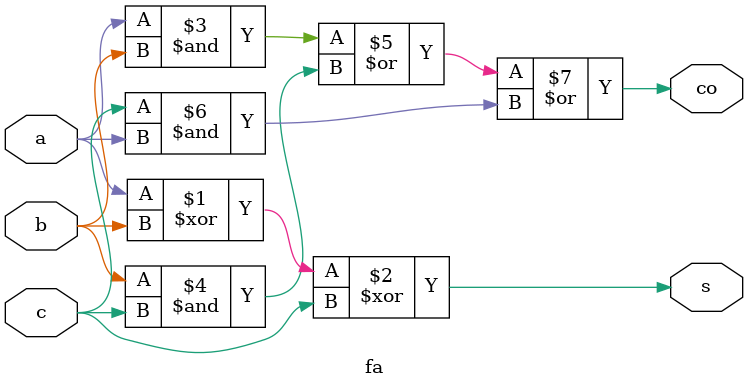
<source format=v>
module fa(a,b,c,s,co);
input a,b,c;
output s,co;

assign s = a ^ b ^ c;
assign co = (a & b)|(b & c)|(c & a);

endmodule

</source>
